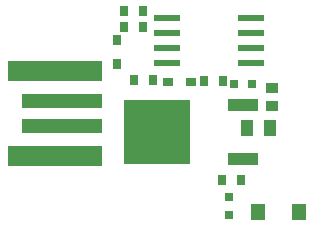
<source format=gbr>
%TF.GenerationSoftware,KiCad,Pcbnew,8.0.8+dfsg-1*%
%TF.CreationDate,2025-02-13T13:44:32+01:00*%
%TF.ProjectId,DigiKitkat,44696769-4b69-4746-9b61-742e6b696361,rev?*%
%TF.SameCoordinates,Original*%
%TF.FileFunction,Paste,Top*%
%TF.FilePolarity,Positive*%
%FSLAX46Y46*%
G04 Gerber Fmt 4.6, Leading zero omitted, Abs format (unit mm)*
G04 Created by KiCad (PCBNEW 8.0.8+dfsg-1) date 2025-02-13 13:44:32*
%MOMM*%
%LPD*%
G01*
G04 APERTURE LIST*
%ADD10R,1.200000X1.400000*%
%ADD11R,1.000000X1.400000*%
%ADD12R,8.000000X1.800000*%
%ADD13R,6.800000X1.200000*%
%ADD14R,0.700000X0.889000*%
%ADD15R,0.800100X0.800100*%
%ADD16R,1.100000X0.889000*%
%ADD17R,2.500000X1.000000*%
%ADD18R,5.600000X5.400000*%
%ADD19R,2.250010X0.630000*%
%ADD20R,0.800000X0.900000*%
%ADD21R,0.900000X0.800000*%
G04 APERTURE END LIST*
D10*
%TO.C,D3*%
X156786500Y-113191100D03*
X160186500Y-113191100D03*
%TD*%
D11*
%TO.C,C1*%
X155826110Y-106036870D03*
X157772120Y-106036870D03*
%TD*%
D12*
%TO.C,CN1*%
X139534000Y-101263710D03*
D13*
X140134000Y-103783810D03*
X140134000Y-105856910D03*
D12*
X139534000Y-108396900D03*
%TD*%
D14*
%TO.C,R5*%
X155303070Y-110481990D03*
X153663060Y-110481990D03*
%TD*%
%TO.C,R4*%
X153800850Y-102061460D03*
X152160850Y-102061460D03*
%TD*%
%TO.C,R3*%
X147852820Y-101984680D03*
X146212820Y-101984680D03*
%TD*%
%TO.C,R2*%
X145394600Y-97516440D03*
X147034600Y-97516440D03*
%TD*%
%TO.C,R1*%
X147039900Y-96135840D03*
X145399900Y-96135840D03*
%TD*%
D15*
%TO.C,LED2*%
X156254140Y-102318180D03*
X154754010Y-102318180D03*
%TD*%
%TO.C,LED1*%
X154249970Y-113376450D03*
X154249970Y-111876330D03*
%TD*%
D16*
%TO.C,C2*%
X157904430Y-102630580D03*
X157904430Y-104210580D03*
%TD*%
D17*
%TO.C,U1*%
X155462210Y-104125200D03*
X155462210Y-108685010D03*
D18*
X148221420Y-106405100D03*
%TD*%
D19*
%TO.C,U2*%
X149060180Y-96715530D03*
X149060180Y-97985530D03*
X149060180Y-99255530D03*
X149060180Y-100525530D03*
X156120360Y-96715530D03*
X156120360Y-97985530D03*
X156120360Y-99255530D03*
X156120360Y-100525530D03*
%TD*%
D20*
%TO.C,D1*%
X144831020Y-98592130D03*
X144831020Y-100592130D03*
%TD*%
D21*
%TO.C,D2*%
X149115230Y-102158670D03*
X151115230Y-102158670D03*
%TD*%
M02*

</source>
